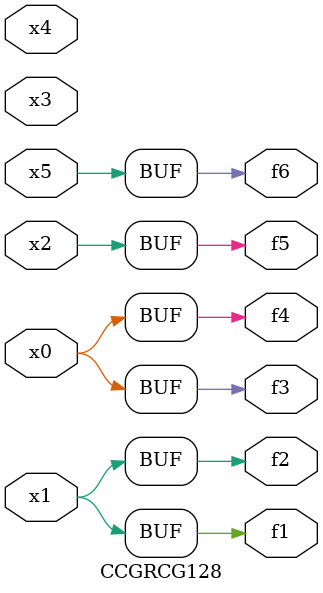
<source format=v>
module CCGRCG128(
	input x0, x1, x2, x3, x4, x5,
	output f1, f2, f3, f4, f5, f6
);
	assign f1 = x1;
	assign f2 = x1;
	assign f3 = x0;
	assign f4 = x0;
	assign f5 = x2;
	assign f6 = x5;
endmodule

</source>
